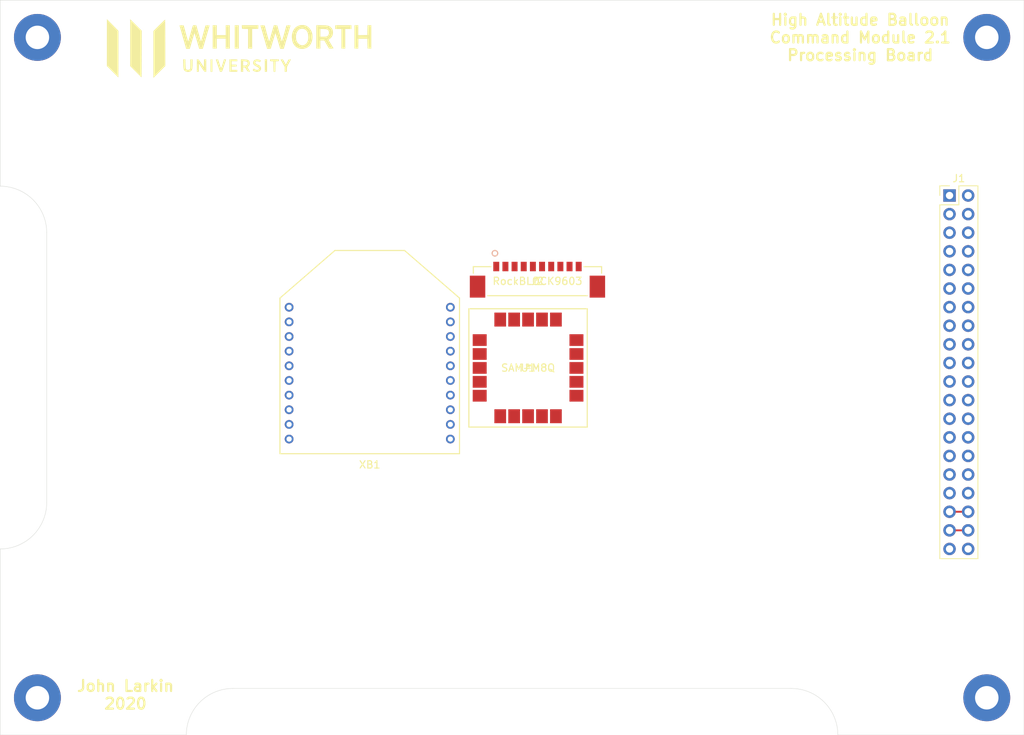
<source format=kicad_pcb>
(kicad_pcb (version 20171130) (host pcbnew "(5.1.4)-1")

  (general
    (thickness 1.6)
    (drawings 14)
    (tracks 2)
    (zones 0)
    (modules 9)
    (nets 80)
  )

  (page A4)
  (layers
    (0 F.Cu signal)
    (31 B.Cu signal)
    (32 B.Adhes user)
    (33 F.Adhes user)
    (34 B.Paste user)
    (35 F.Paste user)
    (36 B.SilkS user)
    (37 F.SilkS user)
    (38 B.Mask user)
    (39 F.Mask user)
    (40 Dwgs.User user hide)
    (41 Cmts.User user hide)
    (42 Eco1.User user hide)
    (43 Eco2.User user hide)
    (44 Edge.Cuts user)
    (45 Margin user)
    (46 B.CrtYd user)
    (47 F.CrtYd user)
    (48 B.Fab user hide)
    (49 F.Fab user hide)
  )

  (setup
    (last_trace_width 0.25)
    (trace_clearance 0.2)
    (zone_clearance 0.508)
    (zone_45_only no)
    (trace_min 0.2)
    (via_size 0.8)
    (via_drill 0.4)
    (via_min_size 0.4)
    (via_min_drill 0.3)
    (uvia_size 0.3)
    (uvia_drill 0.1)
    (uvias_allowed no)
    (uvia_min_size 0.2)
    (uvia_min_drill 0.1)
    (edge_width 0.05)
    (segment_width 0.2)
    (pcb_text_width 0.3)
    (pcb_text_size 1.5 1.5)
    (mod_edge_width 0.12)
    (mod_text_size 1 1)
    (mod_text_width 0.15)
    (pad_size 1.524 1.524)
    (pad_drill 0.762)
    (pad_to_mask_clearance 0.051)
    (solder_mask_min_width 0.25)
    (aux_axis_origin 0 0)
    (visible_elements 7FFFFFFF)
    (pcbplotparams
      (layerselection 0x010fc_ffffffff)
      (usegerberextensions false)
      (usegerberattributes false)
      (usegerberadvancedattributes false)
      (creategerberjobfile false)
      (excludeedgelayer true)
      (linewidth 0.100000)
      (plotframeref false)
      (viasonmask false)
      (mode 1)
      (useauxorigin false)
      (hpglpennumber 1)
      (hpglpenspeed 20)
      (hpglpendiameter 15.000000)
      (psnegative false)
      (psa4output false)
      (plotreference true)
      (plotvalue true)
      (plotinvisibletext false)
      (padsonsilk false)
      (subtractmaskfromsilk false)
      (outputformat 1)
      (mirror false)
      (drillshape 1)
      (scaleselection 1)
      (outputdirectory ""))
  )

  (net 0 "")
  (net 1 GND)
  (net 2 +5V)
  (net 3 /SPI_MOSI)
  (net 4 /SPI_MISO)
  (net 5 /SPI_CLK)
  (net 6 /I2C_SDA)
  (net 7 /I2C_SCL)
  (net 8 /POD_WAKE)
  (net 9 /POD_TX)
  (net 10 /POD_RX)
  (net 11 /RADIO_WAKE)
  (net 12 /A0)
  (net 13 /A1)
  (net 14 /A2)
  (net 15 /LED_A)
  (net 16 /LED_B)
  (net 17 /LED_C)
  (net 18 /PWM)
  (net 19 /IRIDIUM_NET_AVAIL)
  (net 20 /IRIDIUM_RX)
  (net 21 /IRIDIUM_TX)
  (net 22 /IRIDIUM_PWR_CTRL)
  (net 23 +3V3)
  (net 24 +7.4V)
  (net 25 GNDS)
  (net 26 /INTERBOARD_0)
  (net 27 /RADIO_RX)
  (net 28 /RADIO_TX)
  (net 29 /A3)
  (net 30 /DIO1)
  (net 31 /INTERBOARD_1)
  (net 32 /INTERBOARD_2)
  (net 33 /INTERBOARD_3)
  (net 34 /1_WIRE)
  (net 35 /EXT_TEMP)
  (net 36 "Net-(J2-Pad2)")
  (net 37 "Net-(J2-Pad3)")
  (net 38 "Net-(J2-Pad5)")
  (net 39 "Net-(J2-Pad9)")
  (net 40 "Net-(U1-Pad1)")
  (net 41 "Net-(U1-Pad2)")
  (net 42 "Net-(U1-Pad3)")
  (net 43 "Net-(U1-Pad4)")
  (net 44 "Net-(U1-Pad5)")
  (net 45 "Net-(U1-Pad6)")
  (net 46 "Net-(U1-Pad7)")
  (net 47 "Net-(U1-Pad8)")
  (net 48 "Net-(U1-Pad9)")
  (net 49 "Net-(U1-Pad10)")
  (net 50 "Net-(U1-Pad11)")
  (net 51 "Net-(U1-Pad12)")
  (net 52 "Net-(U1-Pad13)")
  (net 53 "Net-(U1-Pad14)")
  (net 54 "Net-(U1-Pad15)")
  (net 55 "Net-(U1-Pad16)")
  (net 56 "Net-(U1-Pad17)")
  (net 57 "Net-(U1-Pad18)")
  (net 58 "Net-(U1-Pad19)")
  (net 59 "Net-(U1-Pad20)")
  (net 60 "Net-(XB1-Pad1)")
  (net 61 "Net-(XB1-Pad2)")
  (net 62 "Net-(XB1-Pad3)")
  (net 63 "Net-(XB1-Pad4)")
  (net 64 "Net-(XB1-Pad5)")
  (net 65 "Net-(XB1-Pad6)")
  (net 66 "Net-(XB1-Pad7)")
  (net 67 "Net-(XB1-Pad8)")
  (net 68 "Net-(XB1-Pad9)")
  (net 69 "Net-(XB1-Pad10)")
  (net 70 "Net-(XB1-Pad11)")
  (net 71 "Net-(XB1-Pad12)")
  (net 72 "Net-(XB1-Pad13)")
  (net 73 "Net-(XB1-Pad14)")
  (net 74 "Net-(XB1-Pad15)")
  (net 75 "Net-(XB1-Pad16)")
  (net 76 "Net-(XB1-Pad17)")
  (net 77 "Net-(XB1-Pad18)")
  (net 78 "Net-(XB1-Pad19)")
  (net 79 "Net-(XB1-Pad20)")

  (net_class Default "This is the default net class."
    (clearance 0.2)
    (trace_width 0.25)
    (via_dia 0.8)
    (via_drill 0.4)
    (uvia_dia 0.3)
    (uvia_drill 0.1)
    (add_net +3V3)
    (add_net +5V)
    (add_net +7.4V)
    (add_net /1_WIRE)
    (add_net /A0)
    (add_net /A1)
    (add_net /A2)
    (add_net /A3)
    (add_net /DIO1)
    (add_net /EXT_TEMP)
    (add_net /I2C_SCL)
    (add_net /I2C_SDA)
    (add_net /INTERBOARD_0)
    (add_net /INTERBOARD_1)
    (add_net /INTERBOARD_2)
    (add_net /INTERBOARD_3)
    (add_net /IRIDIUM_NET_AVAIL)
    (add_net /IRIDIUM_PWR_CTRL)
    (add_net /IRIDIUM_RX)
    (add_net /IRIDIUM_TX)
    (add_net /LED_A)
    (add_net /LED_B)
    (add_net /LED_C)
    (add_net /POD_RX)
    (add_net /POD_TX)
    (add_net /POD_WAKE)
    (add_net /PWM)
    (add_net /RADIO_RX)
    (add_net /RADIO_TX)
    (add_net /RADIO_WAKE)
    (add_net /SPI_CLK)
    (add_net /SPI_MISO)
    (add_net /SPI_MOSI)
    (add_net GND)
    (add_net GNDS)
    (add_net "Net-(J2-Pad2)")
    (add_net "Net-(J2-Pad3)")
    (add_net "Net-(J2-Pad5)")
    (add_net "Net-(J2-Pad9)")
    (add_net "Net-(U1-Pad1)")
    (add_net "Net-(U1-Pad10)")
    (add_net "Net-(U1-Pad11)")
    (add_net "Net-(U1-Pad12)")
    (add_net "Net-(U1-Pad13)")
    (add_net "Net-(U1-Pad14)")
    (add_net "Net-(U1-Pad15)")
    (add_net "Net-(U1-Pad16)")
    (add_net "Net-(U1-Pad17)")
    (add_net "Net-(U1-Pad18)")
    (add_net "Net-(U1-Pad19)")
    (add_net "Net-(U1-Pad2)")
    (add_net "Net-(U1-Pad20)")
    (add_net "Net-(U1-Pad3)")
    (add_net "Net-(U1-Pad4)")
    (add_net "Net-(U1-Pad5)")
    (add_net "Net-(U1-Pad6)")
    (add_net "Net-(U1-Pad7)")
    (add_net "Net-(U1-Pad8)")
    (add_net "Net-(U1-Pad9)")
    (add_net "Net-(XB1-Pad1)")
    (add_net "Net-(XB1-Pad10)")
    (add_net "Net-(XB1-Pad11)")
    (add_net "Net-(XB1-Pad12)")
    (add_net "Net-(XB1-Pad13)")
    (add_net "Net-(XB1-Pad14)")
    (add_net "Net-(XB1-Pad15)")
    (add_net "Net-(XB1-Pad16)")
    (add_net "Net-(XB1-Pad17)")
    (add_net "Net-(XB1-Pad18)")
    (add_net "Net-(XB1-Pad19)")
    (add_net "Net-(XB1-Pad2)")
    (add_net "Net-(XB1-Pad20)")
    (add_net "Net-(XB1-Pad3)")
    (add_net "Net-(XB1-Pad4)")
    (add_net "Net-(XB1-Pad5)")
    (add_net "Net-(XB1-Pad6)")
    (add_net "Net-(XB1-Pad7)")
    (add_net "Net-(XB1-Pad8)")
    (add_net "Net-(XB1-Pad9)")
  )

  (module WhitworthStandard:PC104_40PinSocket_2.54mm (layer F.Cu) (tedit 5E1E1C15) (tstamp 5DB96938)
    (at 154.94 52.07)
    (descr "Through hole straight pin header, 2x20, 2.54mm pitch, double rows")
    (tags "Through hole pin header THT 2x20 2.54mm double row")
    (path /5DB909C2)
    (fp_text reference J1 (at 1.27 -2.33) (layer F.SilkS)
      (effects (font (size 1 1) (thickness 0.15)))
    )
    (fp_text value PC104_40Pin_2.54mm (at 1.27 50.59) (layer F.Fab)
      (effects (font (size 1 1) (thickness 0.15)))
    )
    (fp_text user %R (at 1.27 24.13 90) (layer F.Fab)
      (effects (font (size 1 1) (thickness 0.15)))
    )
    (fp_line (start 4.35 -1.8) (end -1.8 -1.8) (layer F.CrtYd) (width 0.05))
    (fp_line (start 4.35 50.05) (end 4.35 -1.8) (layer F.CrtYd) (width 0.05))
    (fp_line (start -1.8 50.05) (end 4.35 50.05) (layer F.CrtYd) (width 0.05))
    (fp_line (start -1.8 -1.8) (end -1.8 50.05) (layer F.CrtYd) (width 0.05))
    (fp_line (start -1.33 -1.33) (end 0 -1.33) (layer F.SilkS) (width 0.12))
    (fp_line (start -1.33 0) (end -1.33 -1.33) (layer F.SilkS) (width 0.12))
    (fp_line (start 1.27 -1.33) (end 3.87 -1.33) (layer F.SilkS) (width 0.12))
    (fp_line (start 1.27 1.27) (end 1.27 -1.33) (layer F.SilkS) (width 0.12))
    (fp_line (start -1.33 1.27) (end 1.27 1.27) (layer F.SilkS) (width 0.12))
    (fp_line (start 3.87 -1.33) (end 3.87 49.59) (layer F.SilkS) (width 0.12))
    (fp_line (start -1.33 1.27) (end -1.33 49.59) (layer F.SilkS) (width 0.12))
    (fp_line (start -1.33 49.59) (end 3.87 49.59) (layer F.SilkS) (width 0.12))
    (fp_line (start -1.27 0) (end 0 -1.27) (layer F.Fab) (width 0.1))
    (fp_line (start -1.27 49.53) (end -1.27 0) (layer F.Fab) (width 0.1))
    (fp_line (start 3.81 49.53) (end -1.27 49.53) (layer F.Fab) (width 0.1))
    (fp_line (start 3.81 -1.27) (end 3.81 49.53) (layer F.Fab) (width 0.1))
    (fp_line (start 0 -1.27) (end 3.81 -1.27) (layer F.Fab) (width 0.1))
    (pad 21 thru_hole oval (at 2.54 48.26) (size 1.7 1.7) (drill 1) (layers *.Cu *.Mask)
      (net 23 +3V3))
    (pad 20 thru_hole oval (at 0 48.26) (size 1.7 1.7) (drill 1) (layers *.Cu *.Mask)
      (net 1 GND))
    (pad 22 thru_hole oval (at 2.54 45.72) (size 1.7 1.7) (drill 1) (layers *.Cu *.Mask)
      (net 23 +3V3))
    (pad 19 thru_hole oval (at 0 45.72) (size 1.7 1.7) (drill 1) (layers *.Cu *.Mask)
      (net 23 +3V3))
    (pad 23 thru_hole oval (at 2.54 43.18) (size 1.7 1.7) (drill 1) (layers *.Cu *.Mask)
      (net 24 +7.4V))
    (pad 18 thru_hole oval (at 0 43.18) (size 1.7 1.7) (drill 1) (layers *.Cu *.Mask)
      (net 24 +7.4V))
    (pad 24 thru_hole oval (at 2.54 40.64) (size 1.7 1.7) (drill 1) (layers *.Cu *.Mask)
      (net 11 /RADIO_WAKE))
    (pad 17 thru_hole oval (at 0 40.64) (size 1.7 1.7) (drill 1) (layers *.Cu *.Mask)
      (net 1 GND))
    (pad 25 thru_hole oval (at 2.54 38.1) (size 1.7 1.7) (drill 1) (layers *.Cu *.Mask)
      (net 34 /1_WIRE))
    (pad 16 thru_hole oval (at 0 38.1) (size 1.7 1.7) (drill 1) (layers *.Cu *.Mask)
      (net 3 /SPI_MOSI))
    (pad 26 thru_hole oval (at 2.54 35.56) (size 1.7 1.7) (drill 1) (layers *.Cu *.Mask)
      (net 19 /IRIDIUM_NET_AVAIL))
    (pad 15 thru_hole oval (at 0 35.56) (size 1.7 1.7) (drill 1) (layers *.Cu *.Mask)
      (net 4 /SPI_MISO))
    (pad 27 thru_hole oval (at 2.54 33.02) (size 1.7 1.7) (drill 1) (layers *.Cu *.Mask)
      (net 21 /IRIDIUM_TX))
    (pad 14 thru_hole oval (at 0 33.02) (size 1.7 1.7) (drill 1) (layers *.Cu *.Mask)
      (net 5 /SPI_CLK))
    (pad 28 thru_hole oval (at 2.54 30.48) (size 1.7 1.7) (drill 1) (layers *.Cu *.Mask)
      (net 20 /IRIDIUM_RX))
    (pad 13 thru_hole oval (at 0 30.48) (size 1.7 1.7) (drill 1) (layers *.Cu *.Mask)
      (net 30 /DIO1))
    (pad 29 thru_hole oval (at 2.54 27.94) (size 1.7 1.7) (drill 1) (layers *.Cu *.Mask)
      (net 22 /IRIDIUM_PWR_CTRL))
    (pad 12 thru_hole oval (at 0 27.94) (size 1.7 1.7) (drill 1) (layers *.Cu *.Mask)
      (net 25 GNDS))
    (pad 30 thru_hole oval (at 2.54 25.4) (size 1.7 1.7) (drill 1) (layers *.Cu *.Mask)
      (net 26 /INTERBOARD_0))
    (pad 11 thru_hole oval (at 0 25.4) (size 1.7 1.7) (drill 1) (layers *.Cu *.Mask)
      (net 6 /I2C_SDA))
    (pad 31 thru_hole oval (at 2.54 22.86) (size 1.7 1.7) (drill 1) (layers *.Cu *.Mask)
      (net 31 /INTERBOARD_1))
    (pad 10 thru_hole oval (at 0 22.86) (size 1.7 1.7) (drill 1) (layers *.Cu *.Mask)
      (net 7 /I2C_SCL))
    (pad 32 thru_hole oval (at 2.54 20.32) (size 1.7 1.7) (drill 1) (layers *.Cu *.Mask)
      (net 32 /INTERBOARD_2))
    (pad 9 thru_hole oval (at 0 20.32) (size 1.7 1.7) (drill 1) (layers *.Cu *.Mask)
      (net 10 /POD_RX))
    (pad 33 thru_hole oval (at 2.54 17.78) (size 1.7 1.7) (drill 1) (layers *.Cu *.Mask)
      (net 33 /INTERBOARD_3))
    (pad 8 thru_hole oval (at 0 17.78) (size 1.7 1.7) (drill 1) (layers *.Cu *.Mask)
      (net 9 /POD_TX))
    (pad 34 thru_hole oval (at 2.54 15.24) (size 1.7 1.7) (drill 1) (layers *.Cu *.Mask)
      (net 18 /PWM))
    (pad 7 thru_hole oval (at 0 15.24) (size 1.7 1.7) (drill 1) (layers *.Cu *.Mask)
      (net 8 /POD_WAKE))
    (pad 35 thru_hole oval (at 2.54 12.7) (size 1.7 1.7) (drill 1) (layers *.Cu *.Mask)
      (net 17 /LED_C))
    (pad 6 thru_hole oval (at 0 12.7) (size 1.7 1.7) (drill 1) (layers *.Cu *.Mask)
      (net 12 /A0))
    (pad 36 thru_hole oval (at 2.54 10.16) (size 1.7 1.7) (drill 1) (layers *.Cu *.Mask)
      (net 16 /LED_B))
    (pad 5 thru_hole oval (at 0 10.16) (size 1.7 1.7) (drill 1) (layers *.Cu *.Mask)
      (net 13 /A1))
    (pad 37 thru_hole oval (at 2.54 7.62) (size 1.7 1.7) (drill 1) (layers *.Cu *.Mask)
      (net 15 /LED_A))
    (pad 4 thru_hole oval (at 0 7.62) (size 1.7 1.7) (drill 1) (layers *.Cu *.Mask)
      (net 14 /A2))
    (pad 38 thru_hole oval (at 2.54 5.08) (size 1.7 1.7) (drill 1) (layers *.Cu *.Mask)
      (net 27 /RADIO_RX))
    (pad 3 thru_hole oval (at 0 5.08) (size 1.7 1.7) (drill 1) (layers *.Cu *.Mask)
      (net 29 /A3))
    (pad 39 thru_hole oval (at 2.54 2.54) (size 1.7 1.7) (drill 1) (layers *.Cu *.Mask)
      (net 28 /RADIO_TX))
    (pad 2 thru_hole oval (at 0 2.54) (size 1.7 1.7) (drill 1) (layers *.Cu *.Mask)
      (net 35 /EXT_TEMP))
    (pad 40 thru_hole oval (at 2.54 0) (size 1.7 1.7) (drill 1) (layers *.Cu *.Mask)
      (net 2 +5V))
    (pad 1 thru_hole rect (at 0 0) (size 1.7 1.7) (drill 1) (layers *.Cu *.Mask)
      (net 1 GND))
    (model ${KISYS3DMOD}/Connector_PinHeader_2.54mm.3dshapes/PinHeader_2x20_P2.54mm_Vertical.wrl
      (at (xyz 0 0 0))
      (scale (xyz 1 1 1))
      (rotate (xyz 0 0 0))
    )
  )

  (module WhitworthStandard:LOGO (layer F.Cu) (tedit 0) (tstamp 5E6714B9)
    (at 58 32)
    (fp_text reference G*** (at 0 0) (layer F.SilkS) hide
      (effects (font (size 1.524 1.524) (thickness 0.3)))
    )
    (fp_text value LOGO (at 0.75 0) (layer Cmts.User) hide
      (effects (font (size 1.524 1.524) (thickness 0.3)))
    )
    (fp_poly (pts (xy 16.256 -1.81807) (xy 16.880416 -1.829785) (xy 17.504833 -1.8415) (xy 17.528149 -3.175)
      (xy 18.034 -3.175) (xy 18.034 0) (xy 17.528149 0) (xy 17.504833 -1.3335)
      (xy 16.277166 -1.3335) (xy 16.25385 0) (xy 15.748 0) (xy 15.748 -3.175)
      (xy 16.256 -3.175) (xy 16.256 -1.81807)) (layer F.SilkS) (width 0.01))
    (fp_poly (pts (xy 15.324666 -2.667) (xy 14.478 -2.667) (xy 14.478 0) (xy 13.97 0)
      (xy 13.97 -2.667) (xy 13.123333 -2.667) (xy 13.123333 -3.175) (xy 15.324666 -3.175)
      (xy 15.324666 -2.667)) (layer F.SilkS) (width 0.01))
    (fp_poly (pts (xy 11.564106 -3.171141) (xy 11.82526 -3.157787) (xy 12.030443 -3.132276) (xy 12.193867 -3.091947)
      (xy 12.32974 -3.034135) (xy 12.452273 -2.95618) (xy 12.469466 -2.943283) (xy 12.644032 -2.76072)
      (xy 12.756952 -2.537795) (xy 12.809758 -2.290509) (xy 12.803982 -2.034867) (xy 12.741154 -1.786871)
      (xy 12.622805 -1.562526) (xy 12.450467 -1.377833) (xy 12.31099 -1.287025) (xy 12.228404 -1.236394)
      (xy 12.192079 -1.198437) (xy 12.192 -1.197368) (xy 12.212882 -1.153264) (xy 12.270477 -1.050124)
      (xy 12.357199 -0.901071) (xy 12.465469 -0.719226) (xy 12.530666 -0.611286) (xy 12.647444 -0.41725)
      (xy 12.746806 -0.249017) (xy 12.821174 -0.119668) (xy 12.862972 -0.042285) (xy 12.869333 -0.026664)
      (xy 12.830591 -0.013477) (xy 12.728697 -0.003944) (xy 12.585147 -0.000015) (xy 12.575258 0)
      (xy 12.281183 0) (xy 11.951104 -0.550333) (xy 11.621025 -1.100667) (xy 11.091333 -1.100667)
      (xy 11.091333 0) (xy 10.541 0) (xy 10.541 -2.667) (xy 11.091333 -2.667)
      (xy 11.091333 -1.608667) (xy 11.497551 -1.608667) (xy 11.717384 -1.613282) (xy 11.871738 -1.628836)
      (xy 11.979385 -1.657897) (xy 12.026034 -1.68089) (xy 12.16314 -1.80757) (xy 12.247374 -1.980741)
      (xy 12.27261 -2.176302) (xy 12.232724 -2.370153) (xy 12.21245 -2.414386) (xy 12.136617 -2.522743)
      (xy 12.030883 -2.596947) (xy 11.880642 -2.642145) (xy 11.671287 -2.663485) (xy 11.495602 -2.667)
      (xy 11.091333 -2.667) (xy 10.541 -2.667) (xy 10.541 -3.175) (xy 11.232771 -3.175)
      (xy 11.564106 -3.171141)) (layer F.SilkS) (width 0.01))
    (fp_poly (pts (xy 2.616195 -2.931584) (xy 2.6035 -2.688167) (xy 2.19075 -2.676051) (xy 1.778 -2.663934)
      (xy 1.778 0) (xy 1.227666 0) (xy 1.227666 -2.663934) (xy 0.814916 -2.676051)
      (xy 0.402166 -2.688167) (xy 0.38947 -2.931584) (xy 0.376774 -3.175) (xy 2.628891 -3.175)
      (xy 2.616195 -2.931584)) (layer F.SilkS) (width 0.01))
    (fp_poly (pts (xy -0.042334 0) (xy -0.592667 0) (xy -0.592667 -3.175) (xy -0.042334 -3.175)
      (xy -0.042334 0)) (layer F.SilkS) (width 0.01))
    (fp_poly (pts (xy -3.048 -1.820333) (xy -1.820334 -1.820333) (xy -1.820334 -3.175) (xy -1.27 -3.175)
      (xy -1.27 0) (xy -1.820334 0) (xy -1.820334 -1.354667) (xy -3.048 -1.354667)
      (xy -3.048 0) (xy -3.598334 0) (xy -3.598334 -3.175) (xy -3.048 -3.175)
      (xy -3.048 -1.820333)) (layer F.SilkS) (width 0.01))
    (fp_poly (pts (xy 5.113461 -3.16894) (xy 5.190046 -3.146758) (xy 5.223151 -3.102455) (xy 5.223626 -3.100917)
      (xy 5.240913 -3.040695) (xy 5.277543 -2.911099) (xy 5.330096 -2.724306) (xy 5.395148 -2.492492)
      (xy 5.469278 -2.22783) (xy 5.524051 -2.032) (xy 5.602459 -1.752451) (xy 5.674319 -1.498025)
      (xy 5.736197 -1.280739) (xy 5.784659 -1.112611) (xy 5.816271 -1.005656) (xy 5.826517 -0.973667)
      (xy 5.843364 -0.99587) (xy 5.878755 -1.090257) (xy 5.929678 -1.247132) (xy 5.993121 -1.456801)
      (xy 6.066071 -1.709572) (xy 6.145517 -1.995749) (xy 6.155378 -2.032) (xy 6.459867 -3.153833)
      (xy 6.743009 -3.166338) (xy 6.898529 -3.169385) (xy 6.982944 -3.159893) (xy 7.009168 -3.13579)
      (xy 7.007158 -3.124004) (xy 6.992013 -3.073809) (xy 6.95658 -2.953293) (xy 6.904055 -2.773481)
      (xy 6.837634 -2.545397) (xy 6.760514 -2.280064) (xy 6.675892 -1.988507) (xy 6.586964 -1.68175)
      (xy 6.496927 -1.370817) (xy 6.408977 -1.066732) (xy 6.326311 -0.780518) (xy 6.252126 -0.5232)
      (xy 6.189618 -0.305802) (xy 6.159611 -0.201083) (xy 6.089992 0.042333) (xy 5.608237 0.042333)
      (xy 5.29208 -1.056896) (xy 5.208109 -1.343469) (xy 5.130414 -1.598431) (xy 5.062244 -1.811918)
      (xy 5.006851 -1.974068) (xy 4.967486 -2.075019) (xy 4.947401 -2.104908) (xy 4.946847 -2.104169)
      (xy 4.926594 -2.048276) (xy 4.885394 -1.917681) (xy 4.825252 -1.719179) (xy 4.748178 -1.459563)
      (xy 4.656177 -1.145628) (xy 4.551257 -0.784167) (xy 4.435426 -0.381975) (xy 4.353327 -0.09525)
      (xy 4.326738 -0.017527) (xy 4.288162 0.02345) (xy 4.213689 0.039359) (xy 4.079407 0.041881)
      (xy 4.072593 0.041869) (xy 3.831166 0.041404) (xy 3.390816 -1.492715) (xy 3.290944 -1.840804)
      (xy 3.197944 -2.165225) (xy 3.114525 -2.45651) (xy 3.043394 -2.705189) (xy 2.987259 -2.901797)
      (xy 2.948828 -3.036865) (xy 2.930809 -3.100926) (xy 2.930257 -3.102976) (xy 2.927673 -3.142936)
      (xy 2.957963 -3.164282) (xy 3.03791 -3.170998) (xy 3.184293 -3.167064) (xy 3.197848 -3.166476)
      (xy 3.485649 -3.153833) (xy 3.782965 -2.041226) (xy 3.861732 -1.752234) (xy 3.9348 -1.495075)
      (xy 3.999123 -1.279608) (xy 4.051656 -1.115689) (xy 4.089354 -1.013176) (xy 4.109171 -0.981926)
      (xy 4.109945 -0.982893) (xy 4.13017 -1.039173) (xy 4.168766 -1.163443) (xy 4.221689 -1.342044)
      (xy 4.284896 -1.56132) (xy 4.354342 -1.807613) (xy 4.35789 -1.820333) (xy 4.432813 -2.08824)
      (xy 4.506335 -2.349497) (xy 4.572985 -2.584792) (xy 4.627297 -2.77481) (xy 4.660545 -2.88925)
      (xy 4.744918 -3.175) (xy 4.973106 -3.175) (xy 5.113461 -3.16894)) (layer F.SilkS) (width 0.01))
    (fp_poly (pts (xy -6.118585 -3.176321) (xy -6.073343 -3.175) (xy -5.845586 -3.175) (xy -5.7622 -2.88925)
      (xy -5.724094 -2.756306) (xy -5.668896 -2.560586) (xy -5.601886 -2.320972) (xy -5.528347 -2.056347)
      (xy -5.457298 -1.799167) (xy -5.387905 -1.550336) (xy -5.324715 -1.329627) (xy -5.271574 -1.150011)
      (xy -5.232332 -1.024461) (xy -5.210835 -0.965947) (xy -5.209521 -0.963914) (xy -5.19217 -0.994689)
      (xy -5.156582 -1.097168) (xy -5.105823 -1.26111) (xy -5.042963 -1.476277) (xy -4.971069 -1.732428)
      (xy -4.893209 -2.019326) (xy -4.892429 -2.022247) (xy -4.813926 -2.313466) (xy -4.741229 -2.577855)
      (xy -4.677498 -2.804343) (xy -4.625892 -2.981856) (xy -4.589571 -3.09932) (xy -4.571915 -3.145433)
      (xy -4.51681 -3.161501) (xy -4.403964 -3.168707) (xy -4.286706 -3.1666) (xy -4.031178 -3.153833)
      (xy -4.491615 -1.566333) (xy -4.593294 -1.215542) (xy -4.687215 -0.89109) (xy -4.770843 -0.601765)
      (xy -4.841643 -0.356355) (xy -4.897082 -0.163647) (xy -4.934625 -0.032429) (xy -4.951737 0.028512)
      (xy -4.952526 0.03175) (xy -4.991189 0.037387) (xy -5.090818 0.041097) (xy -5.196417 0.04201)
      (xy -5.439834 0.041686) (xy -5.755478 -1.058967) (xy -5.839229 -1.345686) (xy -5.916674 -1.600724)
      (xy -5.984583 -1.814237) (xy -6.039723 -1.976382) (xy -6.078863 -2.077315) (xy -6.098771 -2.107191)
      (xy -6.099347 -2.106393) (xy -6.119212 -2.050955) (xy -6.158218 -1.92724) (xy -6.212387 -1.748423)
      (xy -6.277738 -1.527676) (xy -6.350291 -1.278171) (xy -6.364831 -1.227667) (xy -6.441869 -0.960008)
      (xy -6.515434 -0.705121) (xy -6.580649 -0.479847) (xy -6.632639 -0.301028) (xy -6.666526 -0.185503)
      (xy -6.668185 -0.179917) (xy -6.734281 0.042333) (xy -6.976057 0.041484) (xy -7.217834 0.040634)
      (xy -7.659272 -1.514266) (xy -7.758601 -1.863839) (xy -7.851108 -2.188822) (xy -7.934147 -2.479972)
      (xy -8.005076 -2.728041) (xy -8.061249 -2.923783) (xy -8.100023 -3.057954) (xy -8.118752 -3.121306)
      (xy -8.119673 -3.124139) (xy -8.110351 -3.153473) (xy -8.047848 -3.167751) (xy -7.919205 -3.169006)
      (xy -7.849863 -3.166472) (xy -7.561089 -3.153833) (xy -7.264119 -2.043043) (xy -7.185314 -1.752932)
      (xy -7.112407 -1.49335) (xy -7.048442 -1.27444) (xy -6.996462 -1.106342) (xy -6.959513 -0.999199)
      (xy -6.940638 -0.963151) (xy -6.94008 -0.963543) (xy -6.921573 -1.011661) (xy -6.884357 -1.129655)
      (xy -6.831916 -1.305698) (xy -6.767738 -1.527961) (xy -6.695309 -1.784616) (xy -6.65013 -1.947333)
      (xy -6.554079 -2.297225) (xy -6.478069 -2.574305) (xy -6.41816 -2.786963) (xy -6.370411 -2.943585)
      (xy -6.330881 -3.052561) (xy -6.295629 -3.122279) (xy -6.260714 -3.161125) (xy -6.222196 -3.177489)
      (xy -6.176133 -3.179758) (xy -6.118585 -3.176321)) (layer F.SilkS) (width 0.01))
    (fp_poly (pts (xy 8.832412 -3.201675) (xy 9.110922 -3.129938) (xy 9.36449 -2.986603) (xy 9.498852 -2.875854)
      (xy 9.730658 -2.607979) (xy 9.896244 -2.292531) (xy 9.993054 -1.937749) (xy 10.018529 -1.551878)
      (xy 9.994273 -1.279091) (xy 9.907215 -0.901381) (xy 9.767067 -0.588268) (xy 9.572013 -0.336974)
      (xy 9.320235 -0.144719) (xy 9.216976 -0.090195) (xy 8.937974 0.014924) (xy 8.662059 0.055255)
      (xy 8.356344 0.035439) (xy 8.341939 0.033296) (xy 8.056665 -0.051121) (xy 7.793223 -0.207954)
      (xy 7.565496 -0.425328) (xy 7.387364 -0.691366) (xy 7.32066 -0.84044) (xy 7.254676 -1.081267)
      (xy 7.214658 -1.367028) (xy 7.209504 -1.501002) (xy 7.757044 -1.501002) (xy 7.784197 -1.238494)
      (xy 7.844884 -1.018076) (xy 7.848032 -1.010527) (xy 7.982234 -0.780458) (xy 8.162818 -0.597027)
      (xy 8.316748 -0.502906) (xy 8.532184 -0.435325) (xy 8.735261 -0.442329) (xy 8.911166 -0.503345)
      (xy 9.132146 -0.646865) (xy 9.294299 -0.847394) (xy 9.398718 -1.107078) (xy 9.446495 -1.428064)
      (xy 9.450035 -1.56299) (xy 9.422717 -1.915932) (xy 9.343134 -2.206592) (xy 9.212738 -2.433045)
      (xy 9.03298 -2.593369) (xy 8.805312 -2.685641) (xy 8.584769 -2.709175) (xy 8.338551 -2.671729)
      (xy 8.132462 -2.559755) (xy 7.966483 -2.373234) (xy 7.840593 -2.112149) (xy 7.808797 -2.012937)
      (xy 7.764789 -1.770762) (xy 7.757044 -1.501002) (xy 7.209504 -1.501002) (xy 7.203339 -1.661245)
      (xy 7.22345 -1.927434) (xy 7.234602 -1.989667) (xy 7.345149 -2.353039) (xy 7.511313 -2.65718)
      (xy 7.729442 -2.898609) (xy 7.995884 -3.073842) (xy 8.306987 -3.179396) (xy 8.511491 -3.207686)
      (xy 8.832412 -3.201675)) (layer F.SilkS) (width 0.01))
    (fp_poly (pts (xy 7.001187 1.61925) (xy 6.949295 1.716764) (xy 6.869135 1.863385) (xy 6.774183 2.034561)
      (xy 6.724934 2.122466) (xy 6.630285 2.294205) (xy 6.570292 2.419938) (xy 6.537066 2.526863)
      (xy 6.522723 2.642177) (xy 6.519377 2.793078) (xy 6.519333 2.83155) (xy 6.519333 3.175)
      (xy 6.223 3.175) (xy 6.223 2.497101) (xy 5.947833 2.012413) (xy 5.84569 1.83084)
      (xy 5.760715 1.676636) (xy 5.700714 1.5642) (xy 5.673491 1.507933) (xy 5.672666 1.504696)
      (xy 5.7101 1.490002) (xy 5.802907 1.482453) (xy 5.831416 1.482168) (xy 5.906338 1.485374)
      (xy 5.962217 1.503816) (xy 6.012575 1.551575) (xy 6.070929 1.642734) (xy 6.150799 1.791372)
      (xy 6.17755 1.842694) (xy 6.364933 2.202717) (xy 6.482794 2.000942) (xy 6.56631 1.850935)
      (xy 6.643909 1.700264) (xy 6.672256 1.640417) (xy 6.72735 1.537688) (xy 6.789822 1.492425)
      (xy 6.893668 1.481718) (xy 6.907849 1.481667) (xy 7.07184 1.481667) (xy 7.001187 1.61925)) (layer F.SilkS) (width 0.01))
    (fp_poly (pts (xy 5.418666 1.606454) (xy 5.413634 1.679334) (xy 5.384356 1.718049) (xy 5.309561 1.735769)
      (xy 5.196416 1.744038) (xy 4.974166 1.756833) (xy 4.962559 2.465917) (xy 4.950952 3.175)
      (xy 4.701047 3.175) (xy 4.68944 2.465917) (xy 4.677833 1.756833) (xy 4.455583 1.744038)
      (xy 4.326298 1.733769) (xy 4.260348 1.713533) (xy 4.236458 1.670162) (xy 4.233333 1.606454)
      (xy 4.233333 1.481667) (xy 5.418666 1.481667) (xy 5.418666 1.606454)) (layer F.SilkS) (width 0.01))
    (fp_poly (pts (xy 3.81 3.175) (xy 3.513666 3.175) (xy 3.513666 1.481667) (xy 3.81 1.481667)
      (xy 3.81 3.175)) (layer F.SilkS) (width 0.01))
    (fp_poly (pts (xy 0.695535 1.488396) (xy 0.950372 1.504374) (xy 1.135711 1.537754) (xy 1.266086 1.595586)
      (xy 1.356031 1.684923) (xy 1.42008 1.812815) (xy 1.431706 1.845543) (xy 1.460799 2.05348)
      (xy 1.40963 2.248915) (xy 1.282561 2.416523) (xy 1.264936 2.431931) (xy 1.134401 2.541769)
      (xy 1.308034 2.834035) (xy 1.389089 2.973604) (xy 1.449937 3.084342) (xy 1.480127 3.147039)
      (xy 1.481666 3.153206) (xy 1.444503 3.167443) (xy 1.352447 3.168852) (xy 1.325135 3.166972)
      (xy 1.242045 3.154043) (xy 1.17778 3.121068) (xy 1.114734 3.051989) (xy 1.035304 2.930754)
      (xy 0.997411 2.868083) (xy 0.907383 2.723258) (xy 0.841375 2.637591) (xy 0.782935 2.595875)
      (xy 0.715609 2.5829) (xy 0.688276 2.582333) (xy 0.550333 2.582333) (xy 0.550333 3.175)
      (xy 0.254 3.175) (xy 0.254 2.328333) (xy 0.550333 2.328333) (xy 0.763924 2.328333)
      (xy 0.912903 2.318168) (xy 1.014094 2.27998) (xy 1.081424 2.224424) (xy 1.170123 2.094673)
      (xy 1.180219 1.972034) (xy 1.11773 1.866415) (xy 0.988674 1.787719) (xy 0.799068 1.745851)
      (xy 0.790199 1.745074) (xy 0.550333 1.725182) (xy 0.550333 2.328333) (xy 0.254 2.328333)
      (xy 0.254 1.47396) (xy 0.695535 1.488396)) (layer F.SilkS) (width 0.01))
    (fp_poly (pts (xy -0.254 1.735667) (xy -1.016 1.735667) (xy -1.016 2.201333) (xy -0.338667 2.201333)
      (xy -0.338667 2.455333) (xy -1.016 2.455333) (xy -1.016 2.921) (xy -0.254 2.921)
      (xy -0.254 3.175) (xy -1.312334 3.175) (xy -1.312334 1.481667) (xy -0.254 1.481667)
      (xy -0.254 1.735667)) (layer F.SilkS) (width 0.01))
    (fp_poly (pts (xy -1.82352 1.491178) (xy -1.778571 1.514404) (xy -1.778 1.51765) (xy -1.790888 1.564918)
      (xy -1.826177 1.677156) (xy -1.878807 1.839246) (xy -1.943714 2.036067) (xy -2.015839 2.252502)
      (xy -2.090119 2.473431) (xy -2.161493 2.683736) (xy -2.2249 2.868298) (xy -2.275278 3.011997)
      (xy -2.307566 3.099716) (xy -2.30804 3.100917) (xy -2.376042 3.161133) (xy -2.472286 3.175)
      (xy -2.60718 3.175) (xy -2.877121 2.38125) (xy -2.961121 2.134339) (xy -3.036476 1.913014)
      (xy -3.09868 1.730488) (xy -3.143229 1.599978) (xy -3.165621 1.534698) (xy -3.16667 1.531692)
      (xy -3.1566 1.495624) (xy -3.082544 1.486069) (xy -3.025777 1.489358) (xy -2.865277 1.502833)
      (xy -2.666505 2.116667) (xy -2.592327 2.348137) (xy -2.536498 2.512906) (xy -2.49242 2.609094)
      (xy -2.453496 2.634822) (xy -2.413127 2.588208) (xy -2.364717 2.467373) (xy -2.301668 2.270438)
      (xy -2.217382 1.995521) (xy -2.215067 1.988027) (xy -2.058619 1.481667) (xy -1.91831 1.481667)
      (xy -1.82352 1.491178)) (layer F.SilkS) (width 0.01))
    (fp_poly (pts (xy -3.640667 3.175) (xy -3.894667 3.175) (xy -3.894667 1.481667) (xy -3.640667 1.481667)
      (xy -3.640667 3.175)) (layer F.SilkS) (width 0.01))
    (fp_poly (pts (xy -5.585025 1.488258) (xy -5.534273 1.514971) (xy -5.474769 1.572209) (xy -5.397275 1.670376)
      (xy -5.292552 1.819878) (xy -5.160014 2.01805) (xy -4.804834 2.554434) (xy -4.792986 2.01805)
      (xy -4.781138 1.481667) (xy -4.487334 1.481667) (xy -4.487334 3.175) (xy -4.614155 3.175)
      (xy -4.665941 3.169482) (xy -4.71572 3.146098) (xy -4.772646 3.094606) (xy -4.845875 3.004761)
      (xy -4.944563 2.866322) (xy -5.077866 2.669043) (xy -5.111571 2.618494) (xy -5.482167 2.061988)
      (xy -5.505791 3.175) (xy -5.757334 3.175) (xy -5.757334 1.481667) (xy -5.636264 1.481667)
      (xy -5.585025 1.488258)) (layer F.SilkS) (width 0.01))
    (fp_poly (pts (xy 2.596332 1.49569) (xy 2.750388 1.532412) (xy 2.876093 1.583814) (xy 2.951392 1.641876)
      (xy 2.963333 1.673446) (xy 2.934602 1.736686) (xy 2.881258 1.796821) (xy 2.814362 1.845707)
      (xy 2.755984 1.837615) (xy 2.702505 1.803382) (xy 2.586518 1.754308) (xy 2.447817 1.737822)
      (xy 2.320832 1.754281) (xy 2.244122 1.798617) (xy 2.204939 1.90092) (xy 2.242621 2.008071)
      (xy 2.350983 2.108446) (xy 2.433293 2.154144) (xy 2.550086 2.206076) (xy 2.634889 2.238381)
      (xy 2.657554 2.243667) (xy 2.70825 2.26867) (xy 2.79492 2.331372) (xy 2.83021 2.360083)
      (xy 2.941756 2.501121) (xy 2.994873 2.672519) (xy 2.983113 2.845372) (xy 2.954408 2.916919)
      (xy 2.830428 3.063919) (xy 2.654646 3.160711) (xy 2.44881 3.199029) (xy 2.264833 3.179039)
      (xy 2.137144 3.136779) (xy 2.011327 3.079742) (xy 1.912049 3.020938) (xy 1.863978 2.973377)
      (xy 1.862666 2.966936) (xy 1.886964 2.91057) (xy 1.941333 2.833231) (xy 2.019999 2.736082)
      (xy 2.137542 2.828541) (xy 2.258042 2.889959) (xy 2.403908 2.919621) (xy 2.544144 2.91569)
      (xy 2.647757 2.876327) (xy 2.665066 2.85983) (xy 2.713424 2.766549) (xy 2.694231 2.676789)
      (xy 2.602896 2.584318) (xy 2.434826 2.482903) (xy 2.359728 2.445442) (xy 2.14138 2.32406)
      (xy 1.9993 2.202197) (xy 1.925701 2.069233) (xy 1.912791 1.914551) (xy 1.922011 1.848761)
      (xy 1.993079 1.675129) (xy 2.127218 1.553979) (xy 2.317376 1.49035) (xy 2.435978 1.481667)
      (xy 2.596332 1.49569)) (layer F.SilkS) (width 0.01))
    (fp_poly (pts (xy -7.316134 2.112356) (xy -7.309526 2.362199) (xy -7.300973 2.54176) (xy -7.288591 2.66542)
      (xy -7.270497 2.747565) (xy -7.244805 2.802577) (xy -7.221856 2.832022) (xy -7.107053 2.902446)
      (xy -6.959545 2.922356) (xy -6.814801 2.891441) (xy -6.731 2.836333) (xy -6.698124 2.7967)
      (xy -6.675009 2.744856) (xy -6.659964 2.666424) (xy -6.651298 2.547029) (xy -6.647319 2.372292)
      (xy -6.646335 2.127836) (xy -6.646334 2.116667) (xy -6.646334 1.481667) (xy -6.35 1.481667)
      (xy -6.350066 2.106083) (xy -6.353902 2.400501) (xy -6.367695 2.624309) (xy -6.394984 2.791321)
      (xy -6.439306 2.915349) (xy -6.504199 3.010207) (xy -6.5932 3.089708) (xy -6.604 3.097664)
      (xy -6.778218 3.177005) (xy -6.985821 3.200372) (xy -7.195049 3.165863) (xy -7.267943 3.137382)
      (xy -7.379278 3.076679) (xy -7.462734 3.004416) (xy -7.522684 2.907769) (xy -7.563497 2.773916)
      (xy -7.589547 2.590035) (xy -7.605202 2.343303) (xy -7.612294 2.12725) (xy -7.629047 1.481667)
      (xy -7.329767 1.481667) (xy -7.316134 2.112356)) (layer F.SilkS) (width 0.01))
    (fp_poly (pts (xy -14.075563 -3.216781) (xy -13.292126 -2.433344) (xy -13.30298 0.752263) (xy -13.313834 3.937869)
      (xy -14.859 2.390997) (xy -14.859 -4.000217) (xy -14.075563 -3.216781)) (layer F.SilkS) (width 0.01))
    (fp_poly (pts (xy -17.249407 -3.20724) (xy -16.467667 -2.41398) (xy -16.467667 0.76151) (xy -16.46781 1.271683)
      (xy -16.468224 1.756498) (xy -16.468886 2.20941) (xy -16.469774 2.623875) (xy -16.470865 2.99335)
      (xy -16.472135 3.31129) (xy -16.473564 3.571153) (xy -16.475126 3.766393) (xy -16.476801 3.890467)
      (xy -16.478566 3.936832) (xy -16.47868 3.937) (xy -16.510295 3.90832) (xy -16.593634 3.827557)
      (xy -16.720683 3.70262) (xy -16.883425 3.541422) (xy -17.073844 3.351875) (xy -17.261846 3.163999)
      (xy -18.034 2.390997) (xy -18.032574 -0.804751) (xy -18.031147 -4.000499) (xy -17.249407 -3.20724)) (layer F.SilkS) (width 0.01))
    (fp_poly (pts (xy -10.101622 -3.89576) (xy -10.096829 -3.776411) (xy -10.092353 -3.58551) (xy -10.088258 -3.329617)
      (xy -10.084609 -3.015287) (xy -10.081472 -2.649079) (xy -10.07891 -2.23755) (xy -10.076991 -1.787259)
      (xy -10.075777 -1.304762) (xy -10.075335 -0.796617) (xy -10.075334 -0.77482) (xy -10.075334 2.38736)
      (xy -10.879367 3.19393) (xy -11.683401 4.0005) (xy -11.683701 0.803904) (xy -11.684 -2.392692)
      (xy -10.910999 -3.164846) (xy -10.701278 -3.373173) (xy -10.510758 -3.560205) (xy -10.347708 -3.718004)
      (xy -10.220396 -3.838634) (xy -10.137091 -3.914155) (xy -10.106666 -3.937) (xy -10.101622 -3.89576)) (layer F.SilkS) (width 0.01))
  )

  (module MountingHole:MountingHole_3.2mm_M3_Pad (layer F.Cu) (tedit 56D1B4CB) (tstamp 5DB967C1)
    (at 160.02 120.65)
    (descr "Mounting Hole 3.2mm, M3")
    (tags "mounting hole 3.2mm m3")
    (fp_text reference REF** (at 0 -4.2) (layer F.SilkS) hide
      (effects (font (size 1 1) (thickness 0.15)))
    )
    (fp_text value MountingHole_3.2mm_M3_Pad (at 0 4.2) (layer F.Fab) hide
      (effects (font (size 1 1) (thickness 0.15)))
    )
    (fp_circle (center 0 0) (end 3.45 0) (layer F.CrtYd) (width 0.05))
    (fp_circle (center 0 0) (end 3.2 0) (layer Cmts.User) (width 0.15))
    (fp_text user %R (at 0.3 0) (layer F.Fab) hide
      (effects (font (size 1 1) (thickness 0.15)))
    )
    (pad 1 thru_hole circle (at 0 0) (size 6.4 6.4) (drill 3.2) (layers *.Cu *.Mask))
  )

  (module MountingHole:MountingHole_3.2mm_M3_Pad (layer F.Cu) (tedit 56D1B4CB) (tstamp 5DB9678F)
    (at 30.48 120.65)
    (descr "Mounting Hole 3.2mm, M3")
    (tags "mounting hole 3.2mm m3")
    (fp_text reference REF** (at 0 -4.2) (layer F.SilkS) hide
      (effects (font (size 1 1) (thickness 0.15)))
    )
    (fp_text value MountingHole_3.2mm_M3_Pad (at 0 4.2) (layer F.Fab) hide
      (effects (font (size 1 1) (thickness 0.15)))
    )
    (fp_circle (center 0 0) (end 3.45 0) (layer F.CrtYd) (width 0.05))
    (fp_circle (center 0 0) (end 3.2 0) (layer Cmts.User) (width 0.15))
    (fp_text user %R (at 0.3 0) (layer F.Fab) hide
      (effects (font (size 1 1) (thickness 0.15)))
    )
    (pad 1 thru_hole circle (at 0 0) (size 6.4 6.4) (drill 3.2) (layers *.Cu *.Mask))
  )

  (module MountingHole:MountingHole_3.2mm_M3_Pad (layer F.Cu) (tedit 56D1B4CB) (tstamp 5DB96772)
    (at 160.02 30.48)
    (descr "Mounting Hole 3.2mm, M3")
    (tags "mounting hole 3.2mm m3")
    (fp_text reference REF** (at 0 -4.2) (layer F.SilkS) hide
      (effects (font (size 1 1) (thickness 0.15)))
    )
    (fp_text value MountingHole_3.2mm_M3_Pad (at 0 4.2) (layer F.Fab) hide
      (effects (font (size 1 1) (thickness 0.15)))
    )
    (fp_circle (center 0 0) (end 3.45 0) (layer F.CrtYd) (width 0.05))
    (fp_circle (center 0 0) (end 3.2 0) (layer Cmts.User) (width 0.15))
    (fp_text user %R (at 0.3 0) (layer F.Fab) hide
      (effects (font (size 1 1) (thickness 0.15)))
    )
    (pad 1 thru_hole circle (at 0 0) (size 6.4 6.4) (drill 3.2) (layers *.Cu *.Mask))
  )

  (module MountingHole:MountingHole_3.2mm_M3_Pad (layer F.Cu) (tedit 56D1B4CB) (tstamp 5DB96755)
    (at 30.48 30.48)
    (descr "Mounting Hole 3.2mm, M3")
    (tags "mounting hole 3.2mm m3")
    (fp_text reference REF** (at 0 -4.2) (layer F.SilkS) hide
      (effects (font (size 1 1) (thickness 0.15)))
    )
    (fp_text value MountingHole_3.2mm_M3_Pad (at 0 4.2) (layer F.Fab) hide
      (effects (font (size 1 1) (thickness 0.15)))
    )
    (fp_circle (center 0 0) (end 3.45 0) (layer F.CrtYd) (width 0.05))
    (fp_circle (center 0 0) (end 3.2 0) (layer Cmts.User) (width 0.15))
    (fp_text user %R (at 0.3 0) (layer F.Fab) hide
      (effects (font (size 1 1) (thickness 0.15)))
    )
    (pad 1 thru_hole circle (at 0 0) (size 6.4 6.4) (drill 3.2) (layers *.Cu *.Mask))
  )

  (module Molex_533981071:Molex_53398-1071 (layer F.Cu) (tedit 0) (tstamp 5E8BEE91)
    (at 98.713101 63.767201)
    (path /5E9026D6)
    (fp_text reference J2 (at 0 0) (layer F.SilkS)
      (effects (font (size 1 1) (thickness 0.15)))
    )
    (fp_text value RockBLOCK9603 (at 0 0) (layer F.SilkS)
      (effects (font (size 1 1) (thickness 0.15)))
    )
    (fp_text user "Copyright 2016 Accelerated Designs. All rights reserved." (at 0 0) (layer Cmts.User)
      (effects (font (size 0.127 0.127) (thickness 0.002)))
    )
    (fp_text user * (at 0 0) (layer F.SilkS)
      (effects (font (size 1 1) (thickness 0.15)))
    )
    (fp_text user * (at 0 0) (layer F.Fab)
      (effects (font (size 1 1) (thickness 0.15)))
    )
    (fp_line (start -6.78816 1.9812) (end 6.78816 1.9812) (layer F.SilkS) (width 0.1524))
    (fp_line (start 8.7503 -1.085545) (end 8.7503 -1.9812) (layer F.SilkS) (width 0.1524))
    (fp_line (start 8.7503 -1.9812) (end 6.35254 -1.9812) (layer F.SilkS) (width 0.1524))
    (fp_line (start -8.7503 -1.9812) (end -8.7503 -1.085545) (layer F.SilkS) (width 0.1524))
    (fp_line (start -8.6233 1.8542) (end 8.6233 1.8542) (layer F.Fab) (width 0.1524))
    (fp_line (start 8.6233 1.8542) (end 8.6233 -1.8542) (layer F.Fab) (width 0.1524))
    (fp_line (start 8.6233 -1.8542) (end -8.6233 -1.8542) (layer F.Fab) (width 0.1524))
    (fp_line (start -8.6233 -1.8542) (end -8.6233 1.8542) (layer F.Fab) (width 0.1524))
    (fp_line (start -6.35254 -1.9812) (end -8.7503 -1.9812) (layer F.SilkS) (width 0.1524))
    (fp_line (start -9.4869 -2.8956) (end -9.4869 2.4892) (layer F.CrtYd) (width 0.1524))
    (fp_line (start -9.4869 2.4892) (end 9.4869 2.4892) (layer F.CrtYd) (width 0.1524))
    (fp_line (start 9.4869 2.4892) (end 9.4869 -2.8956) (layer F.CrtYd) (width 0.1524))
    (fp_line (start 9.4869 -2.8956) (end -9.4869 -2.8956) (layer F.CrtYd) (width 0.1524))
    (fp_line (start -8.6233 -1.8542) (end -8.6233 1.8542) (layer F.CrtYd) (width 0.1524))
    (fp_line (start -8.6233 1.8542) (end 8.6233 1.8542) (layer F.CrtYd) (width 0.1524))
    (fp_line (start 8.6233 1.8542) (end 8.6233 -1.8542) (layer F.CrtYd) (width 0.1524))
    (fp_line (start 8.6233 -1.8542) (end -8.6233 -1.8542) (layer F.CrtYd) (width 0.1524))
    (fp_circle (center -5.805 -3.81) (end -5.424 -3.81) (layer F.SilkS) (width 0.1524))
    (fp_circle (center -5.805 -3.81) (end -5.424 -3.81) (layer B.SilkS) (width 0.1524))
    (fp_circle (center -5.625 0) (end -5.244 0) (layer F.Fab) (width 0.1524))
    (pad 1 smd rect (at -5.625 -2.001) (size 0.8128 1.2954) (layers F.Cu F.Paste F.Mask)
      (net 21 /IRIDIUM_TX))
    (pad 2 smd rect (at -4.375 -2.001) (size 0.8128 1.2954) (layers F.Cu F.Paste F.Mask)
      (net 36 "Net-(J2-Pad2)"))
    (pad 3 smd rect (at -3.125 -2.001) (size 0.8128 1.2954) (layers F.Cu F.Paste F.Mask)
      (net 37 "Net-(J2-Pad3)"))
    (pad 4 smd rect (at -1.875 -2.001) (size 0.8128 1.2954) (layers F.Cu F.Paste F.Mask)
      (net 19 /IRIDIUM_NET_AVAIL))
    (pad 5 smd rect (at -0.625 -2.001) (size 0.8128 1.2954) (layers F.Cu F.Paste F.Mask)
      (net 38 "Net-(J2-Pad5)"))
    (pad 6 smd rect (at 0.625 -2.001) (size 0.8128 1.2954) (layers F.Cu F.Paste F.Mask)
      (net 20 /IRIDIUM_RX))
    (pad 7 smd rect (at 1.875 -2.001) (size 0.8128 1.2954) (layers F.Cu F.Paste F.Mask)
      (net 22 /IRIDIUM_PWR_CTRL))
    (pad 8 smd rect (at 3.125 -2.001) (size 0.8128 1.2954) (layers F.Cu F.Paste F.Mask)
      (net 2 +5V))
    (pad 9 smd rect (at 4.375 -2.001) (size 0.8128 1.2954) (layers F.Cu F.Paste F.Mask)
      (net 39 "Net-(J2-Pad9)"))
    (pad 10 smd rect (at 5.625 -2.001) (size 0.8128 1.2954) (layers F.Cu F.Paste F.Mask)
      (net 1 GND))
    (pad 11 smd rect (at -8.175 0.745795) (size 2.1082 2.9972) (layers F.Cu F.Paste F.Mask))
    (pad 12 smd rect (at 8.175 0.745795) (size 2.1082 2.9972) (layers F.Cu F.Paste F.Mask))
  )

  (module SAMM8Q:SAM-M8Q (layer F.Cu) (tedit 0) (tstamp 5E8BEECF)
    (at 97.430401 75.610401)
    (path /5E90076A)
    (fp_text reference U1 (at 0 0) (layer F.SilkS)
      (effects (font (size 1 1) (thickness 0.15)))
    )
    (fp_text value SAM-M8Q (at 0 0) (layer F.SilkS)
      (effects (font (size 1 1) (thickness 0.15)))
    )
    (fp_text user "Copyright 2016 Accelerated Designs. All rights reserved." (at 0 0) (layer Cmts.User)
      (effects (font (size 0.127 0.127) (thickness 0.002)))
    )
    (fp_text user * (at 0 0) (layer F.SilkS)
      (effects (font (size 1 1) (thickness 0.15)))
    )
    (fp_text user * (at 0 0) (layer F.Fab)
      (effects (font (size 1 1) (thickness 0.15)))
    )
    (fp_text user 0.075in/1.9mm (at -10.9982 0.95) (layer Dwgs.User)
      (effects (font (size 1 1) (thickness 0.15)))
    )
    (fp_text user 0.52in/13.2mm (at 0 13.140501) (layer Dwgs.User)
      (effects (font (size 1 1) (thickness 0.15)))
    )
    (fp_text user 0.52in/13.2mm (at 13.775562 0) (layer Dwgs.User)
      (effects (font (size 1 1) (thickness 0.15)))
    )
    (fp_text user 0.075in/1.905mm (at 6.600001 -9.648063) (layer Dwgs.User)
      (effects (font (size 1 1) (thickness 0.15)))
    )
    (fp_text user 0.063in/1.6mm (at -13.140563 -3.8) (layer Dwgs.User)
      (effects (font (size 1 1) (thickness 0.15)))
    )
    (fp_line (start -7.9502 -6.6802) (end -6.6802 -7.9502) (layer F.Fab) (width 0.1524))
    (fp_line (start -8.0772 8.0772) (end 8.0772 8.0772) (layer F.SilkS) (width 0.1524))
    (fp_line (start 8.0772 8.0772) (end 8.0772 -8.0772) (layer F.SilkS) (width 0.1524))
    (fp_line (start 8.0772 -8.0772) (end -8.0772 -8.0772) (layer F.SilkS) (width 0.1524))
    (fp_line (start -8.0772 -8.0772) (end -8.0772 8.0772) (layer F.SilkS) (width 0.1524))
    (fp_line (start -7.9502 7.9502) (end 7.9502 7.9502) (layer F.Fab) (width 0.1524))
    (fp_line (start 7.9502 7.9502) (end 7.9502 -7.9502) (layer F.Fab) (width 0.1524))
    (fp_line (start 7.9502 -7.9502) (end -7.9502 -7.9502) (layer F.Fab) (width 0.1524))
    (fp_line (start -7.9502 -7.9502) (end -7.9502 7.9502) (layer F.Fab) (width 0.1524))
    (fp_line (start -8.2042 8.2042) (end -8.2042 4.8541) (layer F.CrtYd) (width 0.1524))
    (fp_line (start -8.2042 4.8541) (end -8.2042 4.8541) (layer F.CrtYd) (width 0.1524))
    (fp_line (start -8.2042 4.8541) (end -8.2042 -4.8541) (layer F.CrtYd) (width 0.1524))
    (fp_line (start -8.2042 -4.8541) (end -8.2042 -4.8541) (layer F.CrtYd) (width 0.1524))
    (fp_line (start -8.2042 -4.8541) (end -8.2042 -8.2042) (layer F.CrtYd) (width 0.1524))
    (fp_line (start -8.2042 -8.2042) (end -4.8541 -8.2042) (layer F.CrtYd) (width 0.1524))
    (fp_line (start -4.8541 -8.2042) (end -4.8541 -8.2042) (layer F.CrtYd) (width 0.1524))
    (fp_line (start -4.8541 -8.2042) (end 4.8541 -8.2042) (layer F.CrtYd) (width 0.1524))
    (fp_line (start 4.8541 -8.2042) (end 4.8541 -8.2042) (layer F.CrtYd) (width 0.1524))
    (fp_line (start 4.8541 -8.2042) (end 8.2042 -8.2042) (layer F.CrtYd) (width 0.1524))
    (fp_line (start 8.2042 -8.2042) (end 8.2042 -4.8541) (layer F.CrtYd) (width 0.1524))
    (fp_line (start 8.2042 -4.8541) (end 8.2042 -4.308) (layer F.CrtYd) (width 0.1524))
    (fp_line (start 8.2042 -4.308) (end 8.2042 4.8541) (layer F.CrtYd) (width 0.1524))
    (fp_line (start 8.2042 4.8541) (end 8.2042 4.8541) (layer F.CrtYd) (width 0.1524))
    (fp_line (start 8.2042 4.8541) (end 8.2042 8.2042) (layer F.CrtYd) (width 0.1524))
    (fp_line (start 8.2042 8.2042) (end 4.8541 8.2042) (layer F.CrtYd) (width 0.1524))
    (fp_line (start 4.8541 8.2042) (end 4.8541 8.2042) (layer F.CrtYd) (width 0.1524))
    (fp_line (start 4.8541 8.2042) (end -4.8541 8.2042) (layer F.CrtYd) (width 0.1524))
    (fp_line (start -4.8541 8.2042) (end -4.8541 8.2042) (layer F.CrtYd) (width 0.1524))
    (fp_line (start -4.8541 8.2042) (end -8.2042 8.2042) (layer F.CrtYd) (width 0.1524))
    (fp_circle (center -5.901563 -3.8) (end -5.901563 -3.8) (layer F.Fab) (width 0.1524))
    (pad 1 smd rect (at -6.600063 -3.8) (size 1.905 1.6002) (layers F.Cu F.Paste F.Mask)
      (net 40 "Net-(U1-Pad1)"))
    (pad 2 smd rect (at -6.600063 -1.899999) (size 1.905 1.6002) (layers F.Cu F.Paste F.Mask)
      (net 41 "Net-(U1-Pad2)"))
    (pad 3 smd rect (at -6.600063 0) (size 1.905 1.6002) (layers F.Cu F.Paste F.Mask)
      (net 42 "Net-(U1-Pad3)"))
    (pad 4 smd rect (at -6.600063 1.899999) (size 1.905 1.6002) (layers F.Cu F.Paste F.Mask)
      (net 43 "Net-(U1-Pad4)"))
    (pad 5 smd rect (at -6.600063 3.8) (size 1.905 1.6002) (layers F.Cu F.Paste F.Mask)
      (net 44 "Net-(U1-Pad5)"))
    (pad 6 smd rect (at -3.8 6.600002 90) (size 1.905 1.6002) (layers F.Cu F.Paste F.Mask)
      (net 45 "Net-(U1-Pad6)"))
    (pad 7 smd rect (at -1.899999 6.600002 90) (size 1.905 1.6002) (layers F.Cu F.Paste F.Mask)
      (net 46 "Net-(U1-Pad7)"))
    (pad 8 smd rect (at 0 6.600002 90) (size 1.905 1.6002) (layers F.Cu F.Paste F.Mask)
      (net 47 "Net-(U1-Pad8)"))
    (pad 9 smd rect (at 1.899999 6.600002 90) (size 1.905 1.6002) (layers F.Cu F.Paste F.Mask)
      (net 48 "Net-(U1-Pad9)"))
    (pad 10 smd rect (at 3.8 6.600002 90) (size 1.905 1.6002) (layers F.Cu F.Paste F.Mask)
      (net 49 "Net-(U1-Pad10)"))
    (pad 11 smd rect (at 6.600063 3.8) (size 1.905 1.6002) (layers F.Cu F.Paste F.Mask)
      (net 50 "Net-(U1-Pad11)"))
    (pad 12 smd rect (at 6.600063 1.899999) (size 1.905 1.6002) (layers F.Cu F.Paste F.Mask)
      (net 51 "Net-(U1-Pad12)"))
    (pad 13 smd rect (at 6.600063 0) (size 1.905 1.6002) (layers F.Cu F.Paste F.Mask)
      (net 52 "Net-(U1-Pad13)"))
    (pad 14 smd rect (at 6.600063 -1.899999) (size 1.905 1.6002) (layers F.Cu F.Paste F.Mask)
      (net 53 "Net-(U1-Pad14)"))
    (pad 15 smd rect (at 6.600063 -3.8) (size 1.905 1.6002) (layers F.Cu F.Paste F.Mask)
      (net 54 "Net-(U1-Pad15)"))
    (pad 16 smd rect (at 3.8 -6.600002 90) (size 1.905 1.6002) (layers F.Cu F.Paste F.Mask)
      (net 55 "Net-(U1-Pad16)"))
    (pad 17 smd rect (at 1.899999 -6.600002 90) (size 1.905 1.6002) (layers F.Cu F.Paste F.Mask)
      (net 56 "Net-(U1-Pad17)"))
    (pad 18 smd rect (at 0 -6.600002 90) (size 1.905 1.6002) (layers F.Cu F.Paste F.Mask)
      (net 57 "Net-(U1-Pad18)"))
    (pad 19 smd rect (at -1.899999 -6.600002 90) (size 1.905 1.6002) (layers F.Cu F.Paste F.Mask)
      (net 58 "Net-(U1-Pad19)"))
    (pad 20 smd rect (at -3.8 -6.600002 90) (size 1.905 1.6002) (layers F.Cu F.Paste F.Mask)
      (net 59 "Net-(U1-Pad20)"))
  )

  (module WhitworthStandard:xbee-standard (layer F.Cu) (tedit 596D2712) (tstamp 5E8BEEED)
    (at 75.825001 67.325001)
    (path /5E8CD4F1)
    (fp_text reference XB1 (at 0 21.5) (layer F.SilkS)
      (effects (font (size 1 1) (thickness 0.15)))
    )
    (fp_text value XBee (at 0 -9.5) (layer F.Fab)
      (effects (font (size 1 1) (thickness 0.15)))
    )
    (fp_line (start -12.25 20) (end -12.25 -1.25) (layer F.SilkS) (width 0.15))
    (fp_line (start -12.25 -1.25) (end -4.75 -7.75) (layer F.SilkS) (width 0.15))
    (fp_line (start 12.25 20) (end 12.25 -1.25) (layer F.SilkS) (width 0.15))
    (fp_line (start 12.25 -1.25) (end 4.75 -7.75) (layer F.SilkS) (width 0.15))
    (fp_line (start -4.75 -7.75) (end 4.75 -7.75) (layer F.SilkS) (width 0.15))
    (fp_line (start -12.25 20) (end 12.25 20) (layer F.SilkS) (width 0.15))
    (pad 1 thru_hole circle (at -11 0) (size 1.2 1.2) (drill 0.71) (layers *.Cu *.Mask)
      (net 60 "Net-(XB1-Pad1)"))
    (pad 2 thru_hole circle (at -11 2) (size 1.2 1.2) (drill 0.71) (layers *.Cu *.Mask)
      (net 61 "Net-(XB1-Pad2)"))
    (pad 3 thru_hole circle (at -11 4) (size 1.2 1.2) (drill 0.71) (layers *.Cu *.Mask)
      (net 62 "Net-(XB1-Pad3)"))
    (pad 4 thru_hole circle (at -11 6) (size 1.2 1.2) (drill 0.71) (layers *.Cu *.Mask)
      (net 63 "Net-(XB1-Pad4)"))
    (pad 5 thru_hole circle (at -11 8) (size 1.2 1.2) (drill 0.71) (layers *.Cu *.Mask)
      (net 64 "Net-(XB1-Pad5)"))
    (pad 6 thru_hole circle (at -11 10) (size 1.2 1.2) (drill 0.71) (layers *.Cu *.Mask)
      (net 65 "Net-(XB1-Pad6)"))
    (pad 7 thru_hole circle (at -11 12) (size 1.2 1.2) (drill 0.71) (layers *.Cu *.Mask)
      (net 66 "Net-(XB1-Pad7)"))
    (pad 8 thru_hole circle (at -11 14) (size 1.2 1.2) (drill 0.71) (layers *.Cu *.Mask)
      (net 67 "Net-(XB1-Pad8)"))
    (pad 9 thru_hole circle (at -11 16) (size 1.2 1.2) (drill 0.71) (layers *.Cu *.Mask)
      (net 68 "Net-(XB1-Pad9)"))
    (pad 10 thru_hole circle (at -11 18) (size 1.2 1.2) (drill 0.71) (layers *.Cu *.Mask)
      (net 69 "Net-(XB1-Pad10)"))
    (pad 11 thru_hole circle (at 11 18) (size 1.2 1.2) (drill 0.71) (layers *.Cu *.Mask)
      (net 70 "Net-(XB1-Pad11)"))
    (pad 12 thru_hole circle (at 11 16) (size 1.2 1.2) (drill 0.71) (layers *.Cu *.Mask)
      (net 71 "Net-(XB1-Pad12)"))
    (pad 13 thru_hole circle (at 11 14) (size 1.2 1.2) (drill 0.71) (layers *.Cu *.Mask)
      (net 72 "Net-(XB1-Pad13)"))
    (pad 14 thru_hole circle (at 11 12) (size 1.2 1.2) (drill 0.71) (layers *.Cu *.Mask)
      (net 73 "Net-(XB1-Pad14)"))
    (pad 15 thru_hole circle (at 11 10) (size 1.2 1.2) (drill 0.71) (layers *.Cu *.Mask)
      (net 74 "Net-(XB1-Pad15)"))
    (pad 16 thru_hole circle (at 11 8) (size 1.2 1.2) (drill 0.71) (layers *.Cu *.Mask)
      (net 75 "Net-(XB1-Pad16)"))
    (pad 17 thru_hole circle (at 11 6) (size 1.2 1.2) (drill 0.71) (layers *.Cu *.Mask)
      (net 76 "Net-(XB1-Pad17)"))
    (pad 18 thru_hole circle (at 11 4) (size 1.2 1.2) (drill 0.71) (layers *.Cu *.Mask)
      (net 77 "Net-(XB1-Pad18)"))
    (pad 19 thru_hole circle (at 11 2) (size 1.2 1.2) (drill 0.71) (layers *.Cu *.Mask)
      (net 78 "Net-(XB1-Pad19)"))
    (pad 20 thru_hole circle (at 11 0) (size 1.2 1.2) (drill 0.71) (layers *.Cu *.Mask)
      (net 79 "Net-(XB1-Pad20)"))
  )

  (gr_text "John Larkin\n2020" (at 42.5 120.25) (layer F.SilkS)
    (effects (font (size 1.5 1.5) (thickness 0.3)))
  )
  (gr_text "High Altitude Balloon\nCommand Module 2.1\nProcessing Board" (at 142.75 30.5) (layer F.SilkS)
    (effects (font (size 1.5 1.5) (thickness 0.3)))
  )
  (gr_line (start 31.75 57.15) (end 31.75 93.98) (layer Edge.Cuts) (width 0.05) (tstamp 5DB912C0))
  (gr_arc (start 25.4 93.98) (end 25.4 100.33) (angle -90) (layer Edge.Cuts) (width 0.05))
  (gr_line (start 57.15 119.38) (end 133.35 119.38) (layer Edge.Cuts) (width 0.05) (tstamp 5DB91274))
  (gr_arc (start 57.15 125.73) (end 57.15 119.38) (angle -90) (layer Edge.Cuts) (width 0.05))
  (gr_line (start 25.4 125.73) (end 50.8 125.73) (layer Edge.Cuts) (width 0.05))
  (gr_line (start 25.4 125.73) (end 25.4 100.33) (layer Edge.Cuts) (width 0.05))
  (gr_arc (start 133.35 125.73) (end 139.7 125.73) (angle -90) (layer Edge.Cuts) (width 0.05))
  (gr_arc (start 25.4 57.15) (end 31.75 57.15) (angle -90) (layer Edge.Cuts) (width 0.05))
  (gr_line (start 25.4 25.4) (end 25.4 50.8) (layer Edge.Cuts) (width 0.05))
  (gr_line (start 25.4 25.4) (end 165.1 25.4) (layer Edge.Cuts) (width 0.05))
  (gr_line (start 165.1 125.73) (end 139.7 125.73) (layer Edge.Cuts) (width 0.05))
  (gr_line (start 165.1 25.4) (end 165.1 125.73) (layer Edge.Cuts) (width 0.05))

  (segment (start 154.94 97.79) (end 157.48 97.79) (width 0.25) (layer F.Cu) (net 23) (status 30))
  (segment (start 154.94 95.25) (end 157.48 95.25) (width 0.25) (layer F.Cu) (net 24) (status 30))

)

</source>
